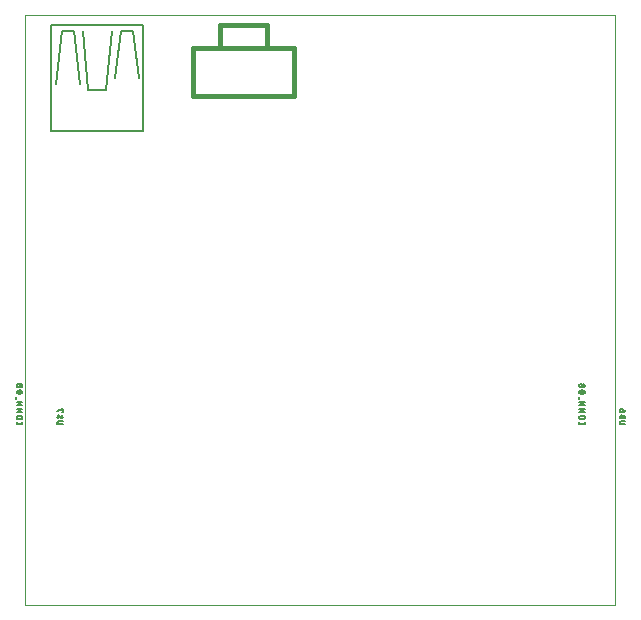
<source format=gbo>
G75*
%MOIN*%
%OFA0B0*%
%FSLAX25Y25*%
%IPPOS*%
%LPD*%
%AMOC8*
5,1,8,0,0,1.08239X$1,22.5*
%
%ADD10C,0.00000*%
%ADD11C,0.00500*%
%ADD12C,0.01600*%
D10*
X0006000Y0001300D02*
X0006000Y0198150D01*
X0202850Y0198150D01*
X0202850Y0001300D01*
X0006000Y0001300D01*
D11*
X0004728Y0061550D02*
X0003672Y0061550D01*
X0003633Y0061552D01*
X0003594Y0061557D01*
X0003557Y0061566D01*
X0003520Y0061578D01*
X0003484Y0061594D01*
X0003450Y0061613D01*
X0003418Y0061635D01*
X0003388Y0061660D01*
X0003360Y0061688D01*
X0003335Y0061718D01*
X0003313Y0061750D01*
X0003294Y0061784D01*
X0003278Y0061820D01*
X0003266Y0061857D01*
X0003257Y0061894D01*
X0003252Y0061933D01*
X0003250Y0061972D01*
X0003250Y0062394D01*
X0003778Y0063361D02*
X0004622Y0063361D01*
X0004667Y0063363D01*
X0004711Y0063369D01*
X0004755Y0063378D01*
X0004798Y0063391D01*
X0004839Y0063408D01*
X0004880Y0063428D01*
X0004918Y0063452D01*
X0004954Y0063478D01*
X0004987Y0063508D01*
X0005018Y0063540D01*
X0005047Y0063575D01*
X0005072Y0063612D01*
X0005093Y0063651D01*
X0005112Y0063692D01*
X0005127Y0063734D01*
X0005138Y0063778D01*
X0005146Y0063822D01*
X0005150Y0063867D01*
X0005150Y0063911D01*
X0005146Y0063956D01*
X0005138Y0064000D01*
X0005127Y0064044D01*
X0005112Y0064086D01*
X0005093Y0064127D01*
X0005072Y0064166D01*
X0005047Y0064203D01*
X0005018Y0064238D01*
X0004987Y0064270D01*
X0004954Y0064300D01*
X0004918Y0064326D01*
X0004880Y0064350D01*
X0004839Y0064370D01*
X0004798Y0064387D01*
X0004755Y0064400D01*
X0004711Y0064409D01*
X0004667Y0064415D01*
X0004622Y0064417D01*
X0003778Y0064417D01*
X0003733Y0064415D01*
X0003689Y0064409D01*
X0003645Y0064400D01*
X0003602Y0064387D01*
X0003561Y0064370D01*
X0003520Y0064350D01*
X0003482Y0064326D01*
X0003446Y0064300D01*
X0003413Y0064270D01*
X0003382Y0064238D01*
X0003353Y0064203D01*
X0003328Y0064166D01*
X0003307Y0064127D01*
X0003288Y0064086D01*
X0003273Y0064044D01*
X0003262Y0064000D01*
X0003254Y0063956D01*
X0003250Y0063911D01*
X0003250Y0063867D01*
X0003254Y0063822D01*
X0003262Y0063778D01*
X0003273Y0063734D01*
X0003288Y0063692D01*
X0003307Y0063651D01*
X0003328Y0063612D01*
X0003353Y0063575D01*
X0003382Y0063540D01*
X0003413Y0063508D01*
X0003446Y0063478D01*
X0003482Y0063452D01*
X0003520Y0063428D01*
X0003561Y0063408D01*
X0003602Y0063391D01*
X0003645Y0063378D01*
X0003689Y0063369D01*
X0003733Y0063363D01*
X0003778Y0063361D01*
X0005150Y0062394D02*
X0005150Y0061972D01*
X0005148Y0061933D01*
X0005143Y0061894D01*
X0005134Y0061857D01*
X0005121Y0061820D01*
X0005106Y0061784D01*
X0005087Y0061750D01*
X0005065Y0061718D01*
X0005040Y0061688D01*
X0005012Y0061660D01*
X0004982Y0061635D01*
X0004950Y0061613D01*
X0004916Y0061594D01*
X0004880Y0061578D01*
X0004843Y0061566D01*
X0004806Y0061557D01*
X0004767Y0061552D01*
X0004728Y0061550D01*
X0005150Y0065593D02*
X0003250Y0065593D01*
X0003250Y0066649D02*
X0005150Y0066649D01*
X0005150Y0065593D02*
X0003250Y0066649D01*
X0003250Y0067897D02*
X0005150Y0067897D01*
X0003250Y0068953D01*
X0005150Y0068953D01*
X0003039Y0070019D02*
X0003039Y0070863D01*
X0003514Y0072755D02*
X0003578Y0072784D01*
X0003644Y0072811D01*
X0003711Y0072835D01*
X0003779Y0072855D01*
X0003848Y0072873D01*
X0003917Y0072887D01*
X0003988Y0072899D01*
X0004058Y0072907D01*
X0004129Y0072911D01*
X0004200Y0072913D01*
X0004200Y0071857D02*
X0004271Y0071859D01*
X0004342Y0071863D01*
X0004412Y0071871D01*
X0004483Y0071883D01*
X0004552Y0071897D01*
X0004621Y0071915D01*
X0004689Y0071935D01*
X0004756Y0071959D01*
X0004822Y0071986D01*
X0004886Y0072015D01*
X0005150Y0072385D02*
X0005148Y0072422D01*
X0005143Y0072459D01*
X0005134Y0072495D01*
X0005122Y0072531D01*
X0005106Y0072565D01*
X0005088Y0072597D01*
X0005066Y0072627D01*
X0005041Y0072655D01*
X0005014Y0072681D01*
X0004985Y0072704D01*
X0004954Y0072724D01*
X0004920Y0072741D01*
X0004886Y0072755D01*
X0004728Y0072807D02*
X0003672Y0071963D01*
X0003250Y0072385D02*
X0003252Y0072422D01*
X0003257Y0072459D01*
X0003266Y0072495D01*
X0003278Y0072531D01*
X0003294Y0072565D01*
X0003312Y0072597D01*
X0003334Y0072627D01*
X0003358Y0072655D01*
X0003386Y0072681D01*
X0003415Y0072704D01*
X0003446Y0072724D01*
X0003480Y0072741D01*
X0003514Y0072755D01*
X0003250Y0072385D02*
X0003252Y0072348D01*
X0003257Y0072311D01*
X0003266Y0072275D01*
X0003278Y0072239D01*
X0003294Y0072205D01*
X0003312Y0072173D01*
X0003334Y0072143D01*
X0003358Y0072115D01*
X0003386Y0072089D01*
X0003415Y0072066D01*
X0003446Y0072046D01*
X0003480Y0072029D01*
X0003514Y0072015D01*
X0004200Y0072913D02*
X0004271Y0072911D01*
X0004342Y0072907D01*
X0004412Y0072899D01*
X0004483Y0072887D01*
X0004552Y0072873D01*
X0004621Y0072855D01*
X0004689Y0072835D01*
X0004756Y0072811D01*
X0004822Y0072784D01*
X0004886Y0072755D01*
X0005150Y0072385D02*
X0005148Y0072348D01*
X0005143Y0072311D01*
X0005134Y0072275D01*
X0005122Y0072239D01*
X0005106Y0072205D01*
X0005088Y0072173D01*
X0005066Y0072143D01*
X0005041Y0072115D01*
X0005014Y0072089D01*
X0004985Y0072066D01*
X0004954Y0072046D01*
X0004920Y0072029D01*
X0004886Y0072015D01*
X0004200Y0071857D02*
X0004129Y0071859D01*
X0004058Y0071863D01*
X0003988Y0071871D01*
X0003917Y0071883D01*
X0003848Y0071897D01*
X0003779Y0071915D01*
X0003711Y0071935D01*
X0003644Y0071959D01*
X0003578Y0071986D01*
X0003514Y0072015D01*
X0003778Y0074017D02*
X0003733Y0074019D01*
X0003689Y0074025D01*
X0003645Y0074034D01*
X0003602Y0074047D01*
X0003561Y0074064D01*
X0003520Y0074084D01*
X0003482Y0074108D01*
X0003446Y0074134D01*
X0003413Y0074164D01*
X0003382Y0074196D01*
X0003353Y0074231D01*
X0003328Y0074268D01*
X0003307Y0074307D01*
X0003288Y0074348D01*
X0003273Y0074390D01*
X0003262Y0074434D01*
X0003254Y0074478D01*
X0003250Y0074523D01*
X0003250Y0074567D01*
X0003254Y0074612D01*
X0003262Y0074656D01*
X0003273Y0074700D01*
X0003288Y0074742D01*
X0003307Y0074783D01*
X0003328Y0074822D01*
X0003353Y0074859D01*
X0003382Y0074894D01*
X0003413Y0074926D01*
X0003446Y0074956D01*
X0003482Y0074982D01*
X0003520Y0075006D01*
X0003561Y0075026D01*
X0003602Y0075043D01*
X0003645Y0075056D01*
X0003689Y0075065D01*
X0003733Y0075071D01*
X0003778Y0075073D01*
X0003823Y0075071D01*
X0003867Y0075065D01*
X0003911Y0075056D01*
X0003954Y0075043D01*
X0003995Y0075026D01*
X0004036Y0075006D01*
X0004074Y0074982D01*
X0004110Y0074956D01*
X0004143Y0074926D01*
X0004174Y0074894D01*
X0004203Y0074859D01*
X0004228Y0074822D01*
X0004249Y0074783D01*
X0004268Y0074742D01*
X0004283Y0074700D01*
X0004294Y0074656D01*
X0004302Y0074612D01*
X0004306Y0074567D01*
X0004306Y0074523D01*
X0004302Y0074478D01*
X0004294Y0074434D01*
X0004283Y0074390D01*
X0004268Y0074348D01*
X0004249Y0074307D01*
X0004228Y0074268D01*
X0004203Y0074231D01*
X0004174Y0074196D01*
X0004143Y0074164D01*
X0004110Y0074134D01*
X0004074Y0074108D01*
X0004036Y0074084D01*
X0003995Y0074064D01*
X0003954Y0074047D01*
X0003911Y0074034D01*
X0003867Y0074025D01*
X0003823Y0074019D01*
X0003778Y0074017D01*
X0004728Y0074123D02*
X0004688Y0074125D01*
X0004648Y0074131D01*
X0004609Y0074140D01*
X0004571Y0074153D01*
X0004535Y0074170D01*
X0004500Y0074190D01*
X0004467Y0074213D01*
X0004437Y0074240D01*
X0004409Y0074269D01*
X0004384Y0074300D01*
X0004363Y0074334D01*
X0004344Y0074370D01*
X0004329Y0074407D01*
X0004318Y0074446D01*
X0004310Y0074485D01*
X0004306Y0074525D01*
X0004306Y0074565D01*
X0004310Y0074605D01*
X0004318Y0074644D01*
X0004329Y0074683D01*
X0004344Y0074720D01*
X0004363Y0074756D01*
X0004384Y0074790D01*
X0004409Y0074821D01*
X0004437Y0074850D01*
X0004467Y0074877D01*
X0004500Y0074900D01*
X0004535Y0074920D01*
X0004571Y0074937D01*
X0004609Y0074950D01*
X0004648Y0074959D01*
X0004688Y0074965D01*
X0004728Y0074967D01*
X0004768Y0074965D01*
X0004808Y0074959D01*
X0004847Y0074950D01*
X0004885Y0074937D01*
X0004921Y0074920D01*
X0004956Y0074900D01*
X0004989Y0074877D01*
X0005019Y0074850D01*
X0005047Y0074821D01*
X0005072Y0074790D01*
X0005093Y0074756D01*
X0005112Y0074720D01*
X0005127Y0074683D01*
X0005138Y0074644D01*
X0005146Y0074605D01*
X0005150Y0074565D01*
X0005150Y0074525D01*
X0005146Y0074485D01*
X0005138Y0074446D01*
X0005127Y0074407D01*
X0005112Y0074370D01*
X0005093Y0074334D01*
X0005072Y0074300D01*
X0005047Y0074269D01*
X0005019Y0074240D01*
X0004989Y0074213D01*
X0004956Y0074190D01*
X0004921Y0074170D01*
X0004885Y0074153D01*
X0004847Y0074140D01*
X0004808Y0074131D01*
X0004768Y0074125D01*
X0004728Y0074123D01*
X0016750Y0066182D02*
X0018650Y0066710D01*
X0018650Y0065654D01*
X0018439Y0065654D01*
X0018650Y0064166D02*
X0016750Y0064166D01*
X0016961Y0064324D02*
X0016969Y0064357D01*
X0016981Y0064390D01*
X0016996Y0064421D01*
X0017015Y0064450D01*
X0017036Y0064477D01*
X0017061Y0064502D01*
X0017088Y0064523D01*
X0017117Y0064542D01*
X0017148Y0064557D01*
X0017181Y0064569D01*
X0017215Y0064577D01*
X0017249Y0064581D01*
X0017284Y0064582D01*
X0017318Y0064578D01*
X0017352Y0064571D01*
X0017385Y0064561D01*
X0017417Y0064546D01*
X0017446Y0064529D01*
X0017474Y0064508D01*
X0017499Y0064484D01*
X0017522Y0064458D01*
X0017541Y0064429D01*
X0017542Y0064430D02*
X0017700Y0064166D01*
X0017858Y0063902D01*
X0017067Y0063744D02*
X0017040Y0063792D01*
X0017017Y0063841D01*
X0016997Y0063892D01*
X0016980Y0063944D01*
X0016967Y0063998D01*
X0016957Y0064052D01*
X0016951Y0064106D01*
X0016948Y0064161D01*
X0016949Y0064215D01*
X0016954Y0064270D01*
X0016962Y0064324D01*
X0018333Y0064588D02*
X0018360Y0064540D01*
X0018383Y0064491D01*
X0018403Y0064440D01*
X0018420Y0064388D01*
X0018433Y0064334D01*
X0018443Y0064280D01*
X0018449Y0064226D01*
X0018452Y0064171D01*
X0018451Y0064117D01*
X0018446Y0064062D01*
X0018438Y0064008D01*
X0018439Y0064007D02*
X0018431Y0063974D01*
X0018419Y0063941D01*
X0018404Y0063910D01*
X0018385Y0063881D01*
X0018364Y0063854D01*
X0018339Y0063829D01*
X0018312Y0063808D01*
X0018283Y0063789D01*
X0018252Y0063774D01*
X0018219Y0063762D01*
X0018185Y0063754D01*
X0018151Y0063750D01*
X0018116Y0063749D01*
X0018082Y0063753D01*
X0018048Y0063760D01*
X0018015Y0063770D01*
X0017983Y0063785D01*
X0017954Y0063802D01*
X0017926Y0063823D01*
X0017901Y0063847D01*
X0017878Y0063873D01*
X0017859Y0063902D01*
X0017278Y0062606D02*
X0018650Y0062606D01*
X0018650Y0061550D02*
X0017278Y0061550D01*
X0017233Y0061552D01*
X0017189Y0061558D01*
X0017145Y0061567D01*
X0017102Y0061580D01*
X0017061Y0061597D01*
X0017020Y0061617D01*
X0016982Y0061641D01*
X0016946Y0061667D01*
X0016913Y0061697D01*
X0016882Y0061729D01*
X0016853Y0061764D01*
X0016828Y0061801D01*
X0016807Y0061840D01*
X0016788Y0061881D01*
X0016773Y0061923D01*
X0016762Y0061967D01*
X0016754Y0062011D01*
X0016750Y0062056D01*
X0016750Y0062100D01*
X0016754Y0062145D01*
X0016762Y0062189D01*
X0016773Y0062233D01*
X0016788Y0062275D01*
X0016807Y0062316D01*
X0016828Y0062355D01*
X0016853Y0062392D01*
X0016882Y0062427D01*
X0016913Y0062459D01*
X0016946Y0062489D01*
X0016982Y0062515D01*
X0017020Y0062539D01*
X0017061Y0062559D01*
X0017102Y0062576D01*
X0017145Y0062589D01*
X0017189Y0062598D01*
X0017233Y0062604D01*
X0017278Y0062606D01*
X0014776Y0159411D02*
X0014776Y0194844D01*
X0045484Y0194844D01*
X0045484Y0159411D01*
X0014776Y0159411D01*
X0027177Y0173191D02*
X0025209Y0192876D01*
X0022256Y0192876D02*
X0024224Y0175159D01*
X0027177Y0173191D02*
X0033083Y0173191D01*
X0035051Y0192876D01*
X0038004Y0192876D02*
X0036035Y0177128D01*
X0043909Y0177128D02*
X0041941Y0192876D01*
X0038004Y0192876D01*
X0022256Y0192876D02*
X0018319Y0192876D01*
X0016350Y0175159D01*
X0190539Y0070863D02*
X0190539Y0070019D01*
X0190750Y0068953D02*
X0192650Y0068953D01*
X0192650Y0067897D02*
X0190750Y0068953D01*
X0190750Y0067897D02*
X0192650Y0067897D01*
X0192650Y0066649D02*
X0190750Y0066649D01*
X0192650Y0065593D01*
X0190750Y0065593D01*
X0191278Y0064417D02*
X0192122Y0064417D01*
X0192167Y0064415D01*
X0192211Y0064409D01*
X0192255Y0064400D01*
X0192298Y0064387D01*
X0192339Y0064370D01*
X0192380Y0064350D01*
X0192418Y0064326D01*
X0192454Y0064300D01*
X0192487Y0064270D01*
X0192518Y0064238D01*
X0192547Y0064203D01*
X0192572Y0064166D01*
X0192593Y0064127D01*
X0192612Y0064086D01*
X0192627Y0064044D01*
X0192638Y0064000D01*
X0192646Y0063956D01*
X0192650Y0063911D01*
X0192650Y0063867D01*
X0192646Y0063822D01*
X0192638Y0063778D01*
X0192627Y0063734D01*
X0192612Y0063692D01*
X0192593Y0063651D01*
X0192572Y0063612D01*
X0192547Y0063575D01*
X0192518Y0063540D01*
X0192487Y0063508D01*
X0192454Y0063478D01*
X0192418Y0063452D01*
X0192380Y0063428D01*
X0192339Y0063408D01*
X0192298Y0063391D01*
X0192255Y0063378D01*
X0192211Y0063369D01*
X0192167Y0063363D01*
X0192122Y0063361D01*
X0191278Y0063361D01*
X0191233Y0063363D01*
X0191189Y0063369D01*
X0191145Y0063378D01*
X0191102Y0063391D01*
X0191061Y0063408D01*
X0191020Y0063428D01*
X0190982Y0063452D01*
X0190946Y0063478D01*
X0190913Y0063508D01*
X0190882Y0063540D01*
X0190853Y0063575D01*
X0190828Y0063612D01*
X0190807Y0063651D01*
X0190788Y0063692D01*
X0190773Y0063734D01*
X0190762Y0063778D01*
X0190754Y0063822D01*
X0190750Y0063867D01*
X0190750Y0063911D01*
X0190754Y0063956D01*
X0190762Y0064000D01*
X0190773Y0064044D01*
X0190788Y0064086D01*
X0190807Y0064127D01*
X0190828Y0064166D01*
X0190853Y0064203D01*
X0190882Y0064238D01*
X0190913Y0064270D01*
X0190946Y0064300D01*
X0190982Y0064326D01*
X0191020Y0064350D01*
X0191061Y0064370D01*
X0191102Y0064387D01*
X0191145Y0064400D01*
X0191189Y0064409D01*
X0191233Y0064415D01*
X0191278Y0064417D01*
X0190750Y0062394D02*
X0190750Y0061972D01*
X0190752Y0061933D01*
X0190757Y0061894D01*
X0190766Y0061857D01*
X0190778Y0061820D01*
X0190794Y0061784D01*
X0190813Y0061750D01*
X0190835Y0061718D01*
X0190860Y0061688D01*
X0190888Y0061660D01*
X0190918Y0061635D01*
X0190950Y0061613D01*
X0190984Y0061594D01*
X0191020Y0061578D01*
X0191057Y0061566D01*
X0191094Y0061557D01*
X0191133Y0061552D01*
X0191172Y0061550D01*
X0192228Y0061550D01*
X0192267Y0061552D01*
X0192306Y0061557D01*
X0192343Y0061566D01*
X0192380Y0061578D01*
X0192416Y0061594D01*
X0192450Y0061613D01*
X0192482Y0061635D01*
X0192512Y0061660D01*
X0192540Y0061688D01*
X0192565Y0061718D01*
X0192587Y0061750D01*
X0192606Y0061784D01*
X0192621Y0061820D01*
X0192634Y0061857D01*
X0192643Y0061894D01*
X0192648Y0061933D01*
X0192650Y0061972D01*
X0192650Y0062394D01*
X0191014Y0072755D02*
X0191078Y0072784D01*
X0191144Y0072811D01*
X0191211Y0072835D01*
X0191279Y0072855D01*
X0191348Y0072873D01*
X0191417Y0072887D01*
X0191488Y0072899D01*
X0191558Y0072907D01*
X0191629Y0072911D01*
X0191700Y0072913D01*
X0191700Y0071857D02*
X0191771Y0071859D01*
X0191842Y0071863D01*
X0191912Y0071871D01*
X0191983Y0071883D01*
X0192052Y0071897D01*
X0192121Y0071915D01*
X0192189Y0071935D01*
X0192256Y0071959D01*
X0192322Y0071986D01*
X0192386Y0072015D01*
X0192650Y0072385D02*
X0192648Y0072422D01*
X0192643Y0072459D01*
X0192634Y0072495D01*
X0192622Y0072531D01*
X0192606Y0072565D01*
X0192588Y0072597D01*
X0192566Y0072627D01*
X0192541Y0072655D01*
X0192514Y0072681D01*
X0192485Y0072704D01*
X0192454Y0072724D01*
X0192420Y0072741D01*
X0192386Y0072755D01*
X0192228Y0072807D02*
X0191172Y0071963D01*
X0190750Y0072385D02*
X0190752Y0072422D01*
X0190757Y0072459D01*
X0190766Y0072495D01*
X0190778Y0072531D01*
X0190794Y0072565D01*
X0190812Y0072597D01*
X0190834Y0072627D01*
X0190858Y0072655D01*
X0190886Y0072681D01*
X0190915Y0072704D01*
X0190946Y0072724D01*
X0190980Y0072741D01*
X0191014Y0072755D01*
X0190750Y0072385D02*
X0190752Y0072348D01*
X0190757Y0072311D01*
X0190766Y0072275D01*
X0190778Y0072239D01*
X0190794Y0072205D01*
X0190812Y0072173D01*
X0190834Y0072143D01*
X0190858Y0072115D01*
X0190886Y0072089D01*
X0190915Y0072066D01*
X0190946Y0072046D01*
X0190980Y0072029D01*
X0191014Y0072015D01*
X0191700Y0072913D02*
X0191771Y0072911D01*
X0191842Y0072907D01*
X0191912Y0072899D01*
X0191983Y0072887D01*
X0192052Y0072873D01*
X0192121Y0072855D01*
X0192189Y0072835D01*
X0192256Y0072811D01*
X0192322Y0072784D01*
X0192386Y0072755D01*
X0192650Y0072385D02*
X0192648Y0072348D01*
X0192643Y0072311D01*
X0192634Y0072275D01*
X0192622Y0072239D01*
X0192606Y0072205D01*
X0192588Y0072173D01*
X0192566Y0072143D01*
X0192541Y0072115D01*
X0192514Y0072089D01*
X0192485Y0072066D01*
X0192454Y0072046D01*
X0192420Y0072029D01*
X0192386Y0072015D01*
X0191700Y0071857D02*
X0191629Y0071859D01*
X0191558Y0071863D01*
X0191488Y0071871D01*
X0191417Y0071883D01*
X0191348Y0071897D01*
X0191279Y0071915D01*
X0191211Y0071935D01*
X0191144Y0071959D01*
X0191078Y0071986D01*
X0191014Y0072015D01*
X0191278Y0074017D02*
X0191233Y0074019D01*
X0191189Y0074025D01*
X0191145Y0074034D01*
X0191102Y0074047D01*
X0191061Y0074064D01*
X0191020Y0074084D01*
X0190982Y0074108D01*
X0190946Y0074134D01*
X0190913Y0074164D01*
X0190882Y0074196D01*
X0190853Y0074231D01*
X0190828Y0074268D01*
X0190807Y0074307D01*
X0190788Y0074348D01*
X0190773Y0074390D01*
X0190762Y0074434D01*
X0190754Y0074478D01*
X0190750Y0074523D01*
X0190750Y0074567D01*
X0190754Y0074612D01*
X0190762Y0074656D01*
X0190773Y0074700D01*
X0190788Y0074742D01*
X0190807Y0074783D01*
X0190828Y0074822D01*
X0190853Y0074859D01*
X0190882Y0074894D01*
X0190913Y0074926D01*
X0190946Y0074956D01*
X0190982Y0074982D01*
X0191020Y0075006D01*
X0191061Y0075026D01*
X0191102Y0075043D01*
X0191145Y0075056D01*
X0191189Y0075065D01*
X0191233Y0075071D01*
X0191278Y0075073D01*
X0191323Y0075071D01*
X0191367Y0075065D01*
X0191411Y0075056D01*
X0191454Y0075043D01*
X0191495Y0075026D01*
X0191536Y0075006D01*
X0191574Y0074982D01*
X0191610Y0074956D01*
X0191643Y0074926D01*
X0191674Y0074894D01*
X0191703Y0074859D01*
X0191728Y0074822D01*
X0191749Y0074783D01*
X0191768Y0074742D01*
X0191783Y0074700D01*
X0191794Y0074656D01*
X0191802Y0074612D01*
X0191806Y0074567D01*
X0191806Y0074523D01*
X0191802Y0074478D01*
X0191794Y0074434D01*
X0191783Y0074390D01*
X0191768Y0074348D01*
X0191749Y0074307D01*
X0191728Y0074268D01*
X0191703Y0074231D01*
X0191674Y0074196D01*
X0191643Y0074164D01*
X0191610Y0074134D01*
X0191574Y0074108D01*
X0191536Y0074084D01*
X0191495Y0074064D01*
X0191454Y0074047D01*
X0191411Y0074034D01*
X0191367Y0074025D01*
X0191323Y0074019D01*
X0191278Y0074017D01*
X0192228Y0074123D02*
X0192188Y0074125D01*
X0192148Y0074131D01*
X0192109Y0074140D01*
X0192071Y0074153D01*
X0192035Y0074170D01*
X0192000Y0074190D01*
X0191967Y0074213D01*
X0191937Y0074240D01*
X0191909Y0074269D01*
X0191884Y0074300D01*
X0191863Y0074334D01*
X0191844Y0074370D01*
X0191829Y0074407D01*
X0191818Y0074446D01*
X0191810Y0074485D01*
X0191806Y0074525D01*
X0191806Y0074565D01*
X0191810Y0074605D01*
X0191818Y0074644D01*
X0191829Y0074683D01*
X0191844Y0074720D01*
X0191863Y0074756D01*
X0191884Y0074790D01*
X0191909Y0074821D01*
X0191937Y0074850D01*
X0191967Y0074877D01*
X0192000Y0074900D01*
X0192035Y0074920D01*
X0192071Y0074937D01*
X0192109Y0074950D01*
X0192148Y0074959D01*
X0192188Y0074965D01*
X0192228Y0074967D01*
X0192268Y0074965D01*
X0192308Y0074959D01*
X0192347Y0074950D01*
X0192385Y0074937D01*
X0192421Y0074920D01*
X0192456Y0074900D01*
X0192489Y0074877D01*
X0192519Y0074850D01*
X0192547Y0074821D01*
X0192572Y0074790D01*
X0192593Y0074756D01*
X0192612Y0074720D01*
X0192627Y0074683D01*
X0192638Y0074644D01*
X0192646Y0074605D01*
X0192650Y0074565D01*
X0192650Y0074525D01*
X0192646Y0074485D01*
X0192638Y0074446D01*
X0192627Y0074407D01*
X0192612Y0074370D01*
X0192593Y0074334D01*
X0192572Y0074300D01*
X0192547Y0074269D01*
X0192519Y0074240D01*
X0192489Y0074213D01*
X0192456Y0074190D01*
X0192421Y0074170D01*
X0192385Y0074153D01*
X0192347Y0074140D01*
X0192308Y0074131D01*
X0192268Y0074125D01*
X0192228Y0074123D01*
X0204778Y0066710D02*
X0204883Y0066710D01*
X0204883Y0066709D02*
X0204922Y0066707D01*
X0204961Y0066702D01*
X0204998Y0066693D01*
X0205035Y0066681D01*
X0205071Y0066665D01*
X0205105Y0066646D01*
X0205137Y0066624D01*
X0205167Y0066599D01*
X0205195Y0066571D01*
X0205220Y0066541D01*
X0205242Y0066509D01*
X0205261Y0066475D01*
X0205277Y0066439D01*
X0205289Y0066402D01*
X0205298Y0066365D01*
X0205303Y0066326D01*
X0205305Y0066287D01*
X0205306Y0066287D02*
X0205306Y0065654D01*
X0204778Y0065654D01*
X0204733Y0065656D01*
X0204689Y0065662D01*
X0204645Y0065671D01*
X0204602Y0065684D01*
X0204561Y0065701D01*
X0204520Y0065721D01*
X0204482Y0065745D01*
X0204446Y0065771D01*
X0204413Y0065801D01*
X0204382Y0065833D01*
X0204353Y0065868D01*
X0204328Y0065905D01*
X0204307Y0065944D01*
X0204288Y0065985D01*
X0204273Y0066027D01*
X0204262Y0066071D01*
X0204254Y0066115D01*
X0204250Y0066160D01*
X0204250Y0066204D01*
X0204254Y0066249D01*
X0204262Y0066293D01*
X0204273Y0066337D01*
X0204288Y0066379D01*
X0204307Y0066420D01*
X0204328Y0066459D01*
X0204353Y0066496D01*
X0204382Y0066531D01*
X0204413Y0066563D01*
X0204446Y0066593D01*
X0204482Y0066619D01*
X0204520Y0066643D01*
X0204561Y0066663D01*
X0204602Y0066680D01*
X0204645Y0066693D01*
X0204689Y0066702D01*
X0204733Y0066708D01*
X0204778Y0066710D01*
X0205306Y0065654D02*
X0205364Y0065656D01*
X0205421Y0065662D01*
X0205478Y0065672D01*
X0205534Y0065685D01*
X0205589Y0065703D01*
X0205642Y0065724D01*
X0205694Y0065749D01*
X0205745Y0065777D01*
X0205793Y0065808D01*
X0205839Y0065843D01*
X0205882Y0065881D01*
X0205923Y0065922D01*
X0205961Y0065965D01*
X0205996Y0066011D01*
X0206027Y0066059D01*
X0206055Y0066110D01*
X0206080Y0066162D01*
X0206101Y0066215D01*
X0206119Y0066270D01*
X0206132Y0066326D01*
X0206142Y0066383D01*
X0206148Y0066440D01*
X0206150Y0066498D01*
X0206150Y0064166D02*
X0204250Y0064166D01*
X0204461Y0064324D02*
X0204469Y0064357D01*
X0204481Y0064390D01*
X0204496Y0064421D01*
X0204515Y0064450D01*
X0204536Y0064477D01*
X0204561Y0064502D01*
X0204588Y0064523D01*
X0204617Y0064542D01*
X0204648Y0064557D01*
X0204681Y0064569D01*
X0204715Y0064577D01*
X0204749Y0064581D01*
X0204784Y0064582D01*
X0204818Y0064578D01*
X0204852Y0064571D01*
X0204885Y0064561D01*
X0204917Y0064546D01*
X0204946Y0064529D01*
X0204974Y0064508D01*
X0204999Y0064484D01*
X0205022Y0064458D01*
X0205041Y0064429D01*
X0205042Y0064430D02*
X0205200Y0064166D01*
X0205358Y0063902D01*
X0204567Y0063744D02*
X0204540Y0063792D01*
X0204517Y0063841D01*
X0204497Y0063892D01*
X0204480Y0063944D01*
X0204467Y0063998D01*
X0204457Y0064052D01*
X0204451Y0064106D01*
X0204448Y0064161D01*
X0204449Y0064215D01*
X0204454Y0064270D01*
X0204462Y0064324D01*
X0205833Y0064588D02*
X0205860Y0064540D01*
X0205883Y0064491D01*
X0205903Y0064440D01*
X0205920Y0064388D01*
X0205933Y0064334D01*
X0205943Y0064280D01*
X0205949Y0064226D01*
X0205952Y0064171D01*
X0205951Y0064117D01*
X0205946Y0064062D01*
X0205938Y0064008D01*
X0205939Y0064007D02*
X0205931Y0063974D01*
X0205919Y0063941D01*
X0205904Y0063910D01*
X0205885Y0063881D01*
X0205864Y0063854D01*
X0205839Y0063829D01*
X0205812Y0063808D01*
X0205783Y0063789D01*
X0205752Y0063774D01*
X0205719Y0063762D01*
X0205685Y0063754D01*
X0205651Y0063750D01*
X0205616Y0063749D01*
X0205582Y0063753D01*
X0205548Y0063760D01*
X0205515Y0063770D01*
X0205483Y0063785D01*
X0205454Y0063802D01*
X0205426Y0063823D01*
X0205401Y0063847D01*
X0205378Y0063873D01*
X0205359Y0063902D01*
X0204778Y0062606D02*
X0206150Y0062606D01*
X0206150Y0061550D02*
X0204778Y0061550D01*
X0204733Y0061552D01*
X0204689Y0061558D01*
X0204645Y0061567D01*
X0204602Y0061580D01*
X0204561Y0061597D01*
X0204520Y0061617D01*
X0204482Y0061641D01*
X0204446Y0061667D01*
X0204413Y0061697D01*
X0204382Y0061729D01*
X0204353Y0061764D01*
X0204328Y0061801D01*
X0204307Y0061840D01*
X0204288Y0061881D01*
X0204273Y0061923D01*
X0204262Y0061967D01*
X0204254Y0062011D01*
X0204250Y0062056D01*
X0204250Y0062100D01*
X0204254Y0062145D01*
X0204262Y0062189D01*
X0204273Y0062233D01*
X0204288Y0062275D01*
X0204307Y0062316D01*
X0204328Y0062355D01*
X0204353Y0062392D01*
X0204382Y0062427D01*
X0204413Y0062459D01*
X0204446Y0062489D01*
X0204482Y0062515D01*
X0204520Y0062539D01*
X0204561Y0062559D01*
X0204602Y0062576D01*
X0204645Y0062589D01*
X0204689Y0062598D01*
X0204733Y0062604D01*
X0204778Y0062606D01*
D12*
X0095854Y0171206D02*
X0061996Y0171206D01*
X0061996Y0186954D01*
X0071051Y0186954D01*
X0071051Y0194828D01*
X0086799Y0194828D01*
X0086799Y0186954D01*
X0095854Y0186954D01*
X0095854Y0171206D01*
X0086799Y0186954D02*
X0071051Y0186954D01*
M02*

</source>
